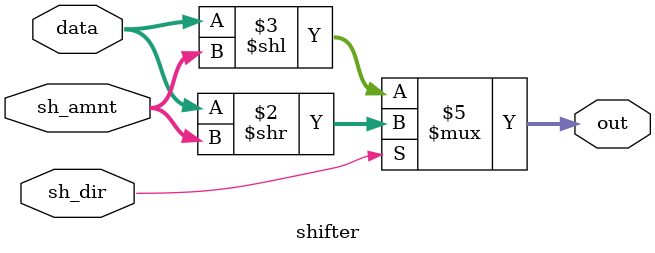
<source format=v>

module shifter(data, sh_amnt, sh_dir, out);
	input [31:0] data;
	input [31:0] sh_amnt;
	input sh_dir;
	
	output reg [31:0] out;
	
	always @(*)
	begin
		if(sh_dir) begin					//shift right
			out = data >> sh_amnt;
		end else begin						//shift left
			out = data << sh_amnt;
		end
	end

endmodule

</source>
